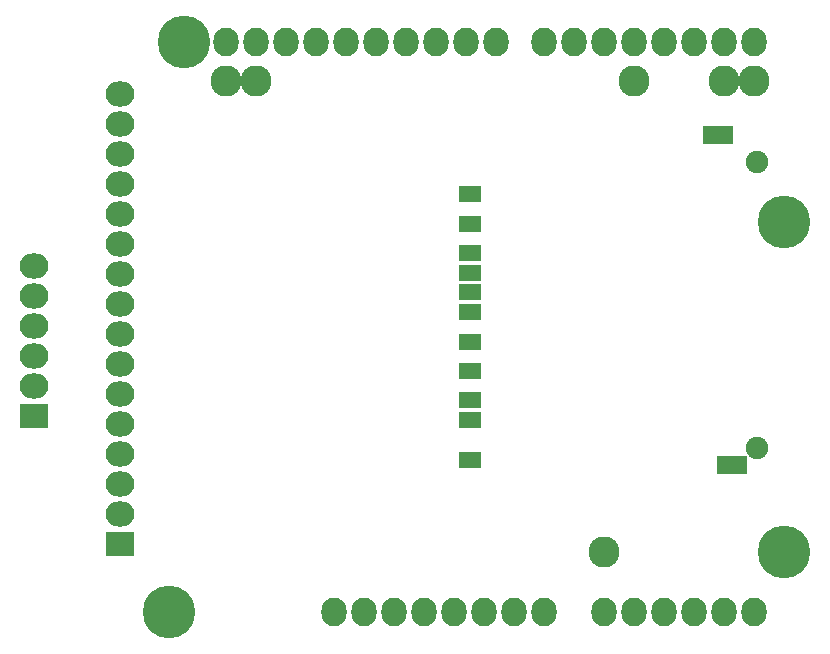
<source format=gts>
G04 #@! TF.FileFunction,Soldermask,Top*
%FSLAX46Y46*%
G04 Gerber Fmt 4.6, Leading zero omitted, Abs format (unit mm)*
G04 Created by KiCad (PCBNEW 4.0.1-3.201512221402+6198~38~ubuntu14.04.1-stable) date Tue 03 May 2016 12:22:43 PM PDT*
%MOMM*%
G01*
G04 APERTURE LIST*
%ADD10C,0.100000*%
%ADD11O,2.127200X2.432000*%
%ADD12C,2.127200*%
%ADD13C,4.464000*%
%ADD14R,1.900000X1.400000*%
%ADD15R,2.600000X1.600000*%
%ADD16C,1.900000*%
%ADD17R,2.432000X2.127200*%
%ADD18O,2.432000X2.127200*%
%ADD19C,2.635200*%
G04 APERTURE END LIST*
D10*
D11*
X138887200Y-123825000D03*
X141427200Y-123825000D03*
X143967200Y-123825000D03*
X146507200Y-123825000D03*
X149047200Y-123825000D03*
X151587200Y-123825000D03*
X154127200Y-123825000D03*
X156667200Y-123825000D03*
X161772600Y-123825000D03*
X164312600Y-123825000D03*
X166852600Y-123825000D03*
X174472600Y-123825000D03*
X171932600Y-123825000D03*
X169392600Y-123825000D03*
X171932600Y-75565000D03*
X174472600Y-75565000D03*
X161772600Y-75565000D03*
X164312600Y-75565000D03*
X159232600Y-75565000D03*
X156692600Y-75565000D03*
X166852600Y-75565000D03*
X169392600Y-75565000D03*
X139928600Y-75565000D03*
X142468600Y-75565000D03*
X145008600Y-75565000D03*
X152628600Y-75565000D03*
X150088600Y-75565000D03*
X147548600Y-75565000D03*
X134848600Y-75565000D03*
X137388600Y-75565000D03*
X129768600Y-75565000D03*
X132308600Y-75565000D03*
D12*
X126187200Y-75615800D03*
D13*
X124968000Y-123825000D03*
X177038000Y-118745000D03*
X126238000Y-75565000D03*
X177038000Y-90805000D03*
D14*
X150418800Y-90939600D03*
X150418800Y-93439600D03*
X150418800Y-96739600D03*
X150418800Y-98439600D03*
X150418800Y-100939600D03*
X150418800Y-103439600D03*
X150418800Y-105864600D03*
X150418800Y-107564600D03*
X150418800Y-88439600D03*
X150418800Y-95089600D03*
X150418800Y-110914600D03*
D15*
X171418800Y-83414600D03*
X172618800Y-111414600D03*
D16*
X174718800Y-85714600D03*
X174718800Y-109914600D03*
D17*
X120777000Y-118033800D03*
D18*
X120777000Y-115493800D03*
X120777000Y-112953800D03*
X120777000Y-110413800D03*
X120777000Y-107873800D03*
X120777000Y-105333800D03*
X120777000Y-102793800D03*
X120777000Y-100253800D03*
X120777000Y-97713800D03*
X120777000Y-95173800D03*
X120777000Y-92633800D03*
X120777000Y-90093800D03*
X120777000Y-87553800D03*
X120777000Y-85013800D03*
X120777000Y-82473800D03*
X120777000Y-79933800D03*
D17*
X113512600Y-107213400D03*
D18*
X113512600Y-104673400D03*
X113512600Y-102133400D03*
X113512600Y-99593400D03*
X113512600Y-97053400D03*
X113512600Y-94513400D03*
D19*
X174498000Y-78867000D03*
X161798000Y-118745000D03*
X171958000Y-78867000D03*
X132334000Y-78867000D03*
X164338000Y-78867000D03*
X129794000Y-78867000D03*
M02*

</source>
